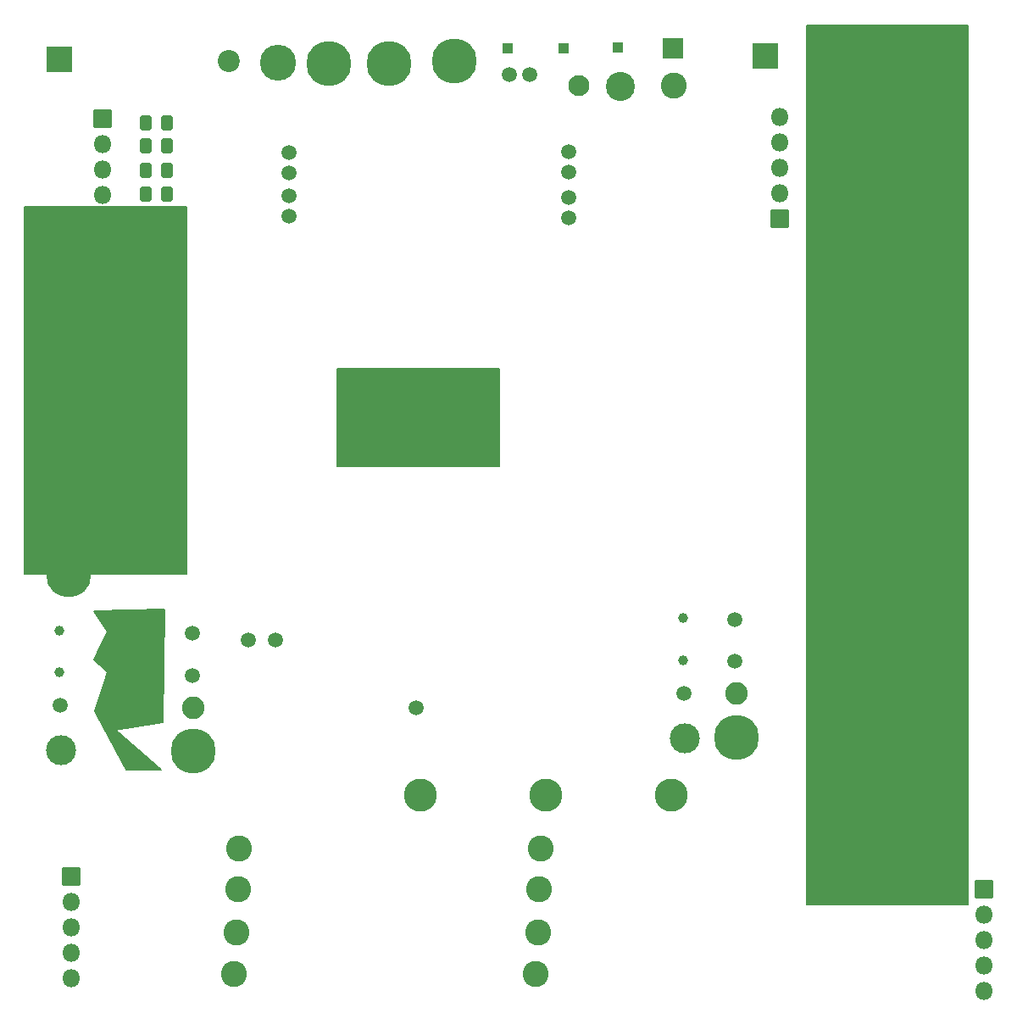
<source format=gts>
G04 #@! TF.GenerationSoftware,KiCad,Pcbnew,(6.0.10)*
G04 #@! TF.CreationDate,2023-02-12T23:23:39+01:00*
G04 #@! TF.ProjectId,hamodule,68616d6f-6475-46c6-952e-6b696361645f,20220918.20*
G04 #@! TF.SameCoordinates,Original*
G04 #@! TF.FileFunction,Soldermask,Top*
G04 #@! TF.FilePolarity,Negative*
%FSLAX46Y46*%
G04 Gerber Fmt 4.6, Leading zero omitted, Abs format (unit mm)*
G04 Created by KiCad (PCBNEW (6.0.10)) date 2023-02-12 23:23:39*
%MOMM*%
%LPD*%
G01*
G04 APERTURE LIST*
G04 Aperture macros list*
%AMRoundRect*
0 Rectangle with rounded corners*
0 $1 Rounding radius*
0 $2 $3 $4 $5 $6 $7 $8 $9 X,Y pos of 4 corners*
0 Add a 4 corners polygon primitive as box body*
4,1,4,$2,$3,$4,$5,$6,$7,$8,$9,$2,$3,0*
0 Add four circle primitives for the rounded corners*
1,1,$1+$1,$2,$3*
1,1,$1+$1,$4,$5*
1,1,$1+$1,$6,$7*
1,1,$1+$1,$8,$9*
0 Add four rect primitives between the rounded corners*
20,1,$1+$1,$2,$3,$4,$5,0*
20,1,$1+$1,$4,$5,$6,$7,0*
20,1,$1+$1,$6,$7,$8,$9,0*
20,1,$1+$1,$8,$9,$2,$3,0*%
G04 Aperture macros list end*
%ADD10C,0.150000*%
%ADD11C,3.300000*%
%ADD12C,2.600000*%
%ADD13C,1.500000*%
%ADD14C,2.700000*%
%ADD15C,4.500000*%
%ADD16RoundRect,0.050000X-0.850000X-0.850000X0.850000X-0.850000X0.850000X0.850000X-0.850000X0.850000X0*%
%ADD17O,1.800000X1.800000*%
%ADD18RoundRect,0.050000X-0.850000X0.850000X-0.850000X-0.850000X0.850000X-0.850000X0.850000X0.850000X0*%
%ADD19RoundRect,0.050000X-0.500000X-0.500000X0.500000X-0.500000X0.500000X0.500000X-0.500000X0.500000X0*%
%ADD20RoundRect,0.050000X-1.000000X-1.000000X1.000000X-1.000000X1.000000X1.000000X-1.000000X1.000000X0*%
%ADD21C,3.600000*%
%ADD22RoundRect,0.050000X-1.250000X-1.250000X1.250000X-1.250000X1.250000X1.250000X-1.250000X1.250000X0*%
%ADD23C,1.000000*%
%ADD24RoundRect,0.300000X-0.325000X-0.450000X0.325000X-0.450000X0.325000X0.450000X-0.325000X0.450000X0*%
%ADD25RoundRect,0.050000X0.850000X0.850000X-0.850000X0.850000X-0.850000X-0.850000X0.850000X-0.850000X0*%
%ADD26C,2.100000*%
%ADD27C,2.250000*%
%ADD28C,3.000000*%
%ADD29C,2.900000*%
%ADD30C,0.800000*%
%ADD31C,2.200000*%
G04 APERTURE END LIST*
D10*
X20239000Y-41370000D02*
X36339000Y-41370000D01*
X36339000Y-41370000D02*
X36339000Y-77970000D01*
X36339000Y-77970000D02*
X20239000Y-77970000D01*
X20239000Y-77970000D02*
X20239000Y-41370000D01*
G36*
X20239000Y-41370000D02*
G01*
X36339000Y-41370000D01*
X36339000Y-77970000D01*
X20239000Y-77970000D01*
X20239000Y-41370000D01*
G37*
X98327000Y-23217000D02*
X114427000Y-23217000D01*
X114427000Y-23217000D02*
X114427000Y-110998000D01*
X114427000Y-110998000D02*
X98327000Y-110998000D01*
X98327000Y-110998000D02*
X98327000Y-23217000D01*
G36*
X98327000Y-23217000D02*
G01*
X114427000Y-23217000D01*
X114427000Y-110998000D01*
X98327000Y-110998000D01*
X98327000Y-23217000D01*
G37*
G36*
X34031000Y-92848000D02*
G01*
X29231000Y-93548000D01*
X33831000Y-97548000D01*
X30331000Y-97548000D01*
X27231000Y-91748000D01*
X28531000Y-87848000D01*
X27131000Y-86548000D01*
X28531000Y-83748000D01*
X27131000Y-81748000D01*
X34131000Y-81548000D01*
X34031000Y-92848000D01*
G37*
X34031000Y-92848000D02*
X29231000Y-93548000D01*
X33831000Y-97548000D01*
X30331000Y-97548000D01*
X27231000Y-91748000D01*
X28531000Y-87848000D01*
X27131000Y-86548000D01*
X28531000Y-83748000D01*
X27131000Y-81748000D01*
X34131000Y-81548000D01*
X34031000Y-92848000D01*
X51481000Y-57548000D02*
X67581000Y-57548000D01*
X67581000Y-57548000D02*
X67581000Y-67248000D01*
X67581000Y-67248000D02*
X51481000Y-67248000D01*
X51481000Y-67248000D02*
X51481000Y-57548000D01*
G36*
X51481000Y-57548000D02*
G01*
X67581000Y-57548000D01*
X67581000Y-67248000D01*
X51481000Y-67248000D01*
X51481000Y-57548000D01*
G37*
D11*
X72263000Y-100076000D03*
X84763000Y-100076000D03*
X59763000Y-100076000D03*
D12*
X71501000Y-113792000D03*
X71628000Y-109474000D03*
X71247000Y-117983000D03*
X71755000Y-105410000D03*
X41148000Y-117983000D03*
X41402000Y-113792000D03*
X41529000Y-109474000D03*
X41656000Y-105410000D03*
D13*
X74549000Y-40418000D03*
X74549000Y-42418000D03*
X46609000Y-40291000D03*
X46609000Y-42291000D03*
X74549000Y-35846000D03*
X74549000Y-37846000D03*
X46609000Y-35957000D03*
X46609000Y-37957000D03*
D14*
X56642000Y-27051000D03*
D15*
X56642000Y-27051000D03*
D16*
X116078000Y-109474000D03*
D17*
X116078000Y-112014000D03*
X116078000Y-114554000D03*
X116078000Y-117094000D03*
X116078000Y-119634000D03*
D16*
X24892000Y-108204000D03*
D17*
X24892000Y-110744000D03*
X24892000Y-113284000D03*
X24892000Y-115824000D03*
X24892000Y-118364000D03*
D18*
X110765000Y-102529000D03*
D17*
X108225000Y-102529000D03*
X105685000Y-102529000D03*
X103145000Y-102529000D03*
X100605000Y-102529000D03*
D18*
X110668000Y-25669000D03*
D17*
X108128000Y-25669000D03*
X105588000Y-25669000D03*
X103048000Y-25669000D03*
X100508000Y-25669000D03*
D13*
X42531000Y-84648000D03*
D19*
X68431000Y-25548000D03*
D20*
X84963000Y-25527000D03*
D21*
X45531000Y-26948000D03*
D14*
X45531000Y-26948000D03*
D22*
X23631000Y-26648000D03*
D16*
X28007000Y-32523000D03*
D17*
X28007000Y-35063000D03*
X28007000Y-37603000D03*
X28007000Y-40143000D03*
X28007000Y-42683000D03*
D13*
X45231000Y-84648000D03*
D15*
X91281000Y-94348000D03*
D23*
X85981000Y-82448000D03*
D24*
X32340000Y-40100000D03*
X34390000Y-40100000D03*
X32340000Y-35274000D03*
X34390000Y-35274000D03*
D13*
X59331000Y-91348000D03*
D22*
X94231000Y-26248000D03*
D19*
X79431000Y-25448000D03*
D25*
X95595000Y-42494000D03*
D17*
X95595000Y-39954000D03*
X95595000Y-37414000D03*
X95595000Y-34874000D03*
X95595000Y-32334000D03*
D15*
X37031000Y-95748000D03*
D26*
X75531000Y-29248000D03*
D24*
X32331000Y-37687000D03*
X34381000Y-37687000D03*
D13*
X86081000Y-89948000D03*
D19*
X74031000Y-25548000D03*
D23*
X23631000Y-83648000D03*
D12*
X85031000Y-29248000D03*
D15*
X24638000Y-78105000D03*
D13*
X36931000Y-88148000D03*
D24*
X32331000Y-32988000D03*
X34381000Y-32988000D03*
X32331000Y-42513000D03*
X34381000Y-42513000D03*
D13*
X36931000Y-83948000D03*
D27*
X37031000Y-91348000D03*
D13*
X70631000Y-28148000D03*
X68631000Y-28148000D03*
X91181000Y-82548000D03*
D28*
X86181000Y-94448000D03*
D14*
X50631000Y-27048000D03*
D15*
X50631000Y-27048000D03*
D13*
X91181000Y-86748000D03*
D29*
X79731000Y-29348000D03*
D28*
X23831000Y-95648000D03*
D30*
X61952274Y-25630274D03*
X61952274Y-27963726D03*
X61469000Y-26797000D03*
D15*
X63119000Y-26797000D03*
D30*
X63119000Y-25147000D03*
X63119000Y-28447000D03*
X64285726Y-27963726D03*
X64769000Y-26797000D03*
X64285726Y-25630274D03*
D31*
X40631000Y-26748000D03*
D23*
X23631000Y-87848000D03*
D27*
X91281000Y-89948000D03*
D23*
X85981000Y-86648000D03*
D13*
X23731000Y-91148000D03*
M02*

</source>
